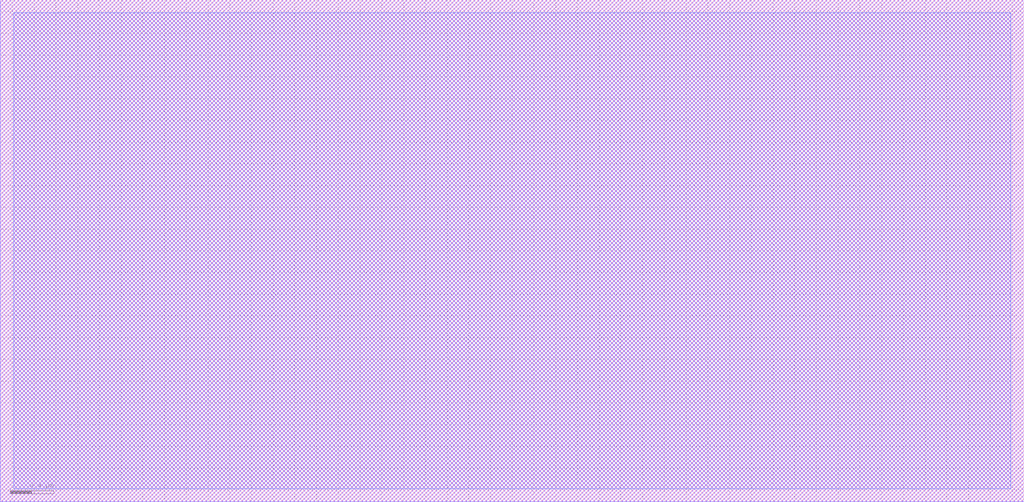
<source format=lef>
# Copyright 2020 The SkyWater PDK Authors
#
# Licensed under the Apache License, Version 2.0 (the "License");
# you may not use this file except in compliance with the License.
# You may obtain a copy of the License at
#
#     https://www.apache.org/licenses/LICENSE-2.0
#
# Unless required by applicable law or agreed to in writing, software
# distributed under the License is distributed on an "AS IS" BASIS,
# WITHOUT WARRANTIES OR CONDITIONS OF ANY KIND, either express or implied.
# See the License for the specific language governing permissions and
# limitations under the License.
#
# SPDX-License-Identifier: Apache-2.0

VERSION 5.7 ;
  NOWIREEXTENSIONATPIN ON ;
  DIVIDERCHAR "/" ;
  BUSBITCHARS "[]" ;
MACRO sky130_fd_pr__rf_sh_auvia__example_182061100
  CLASS BLOCK ;
  FOREIGN sky130_fd_pr__rf_sh_auvia__example_182061100 ;
  ORIGIN  4.710000  2.310000 ;
  SIZE  9.420000 BY  4.620000 ;
  OBS
    LAYER met4 ;
      RECT -4.710000 -2.310000 4.710000 2.310000 ;
    LAYER met5 ;
      RECT -4.710000 -2.310000 4.710000 2.310000 ;
    LAYER via4 ;
      RECT -4.590000 -2.190000 4.590000 2.190000 ;
  END
END sky130_fd_pr__rf_sh_auvia__example_182061100
END LIBRARY

</source>
